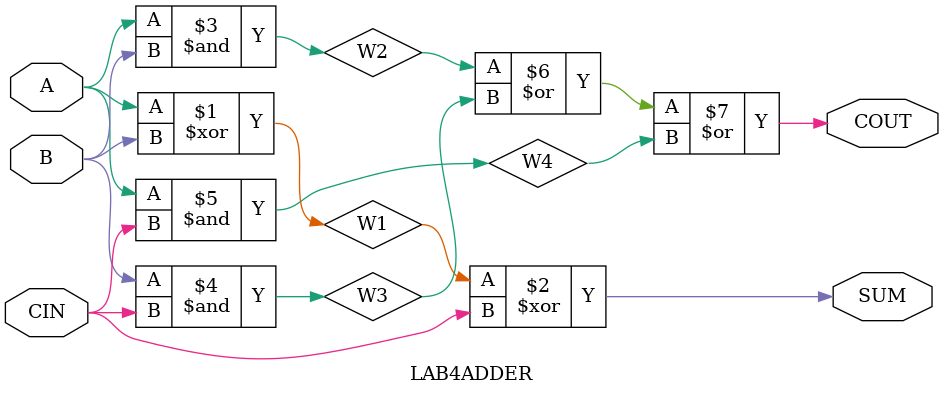
<source format=v>
/* 
Lab 4
Name: David Houston/Kyle Segal
Date: 01-30-2014
Title: Adder
*/

module LAB4ADDER (A,B,CIN,SUM,COUT);
input A, B, CIN;	//inputs
output SUM, COUT;	//outputs

wire W1, W2, W3, W4;	//wires

xor u1 (W1, A, B);	//GATES 
xor u2 (SUM, W1, CIN);

and u3 (W2, A, B);
and u4 (W3, B, CIN);
and u5 (W4, A, CIN);

or u6 (COUT, W2, W3, W4);

endmodule

</source>
